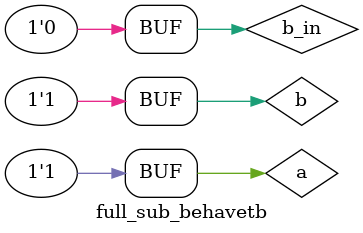
<source format=v>
module full_sub_behavetb;
wire differ, borrow;
reg a,b,b_in;
full_sub_behave obyj(.a(a),.b(b),.differ(differ),.borrow(borrow));
 initial  
  begin
   a=1'b0;b=1'b0;b_in=1'b0;
    #10
	 a=1'b0;b=1'b0;b_in=1'b1;
	 #10
	 a=1'b0;b=1'b1;b_in=1'b0;
	 #10
	 a=1'b0;b=1'b1;b_in=1'b1;
	 #10
	 a=1'b1;b=1'b0;b_in=1'b0;
	 #10
	 a=1'b1;b=1'b1;b_in=1'b1;
	 #10
	 a=1'b1;b=1'b0;b_in=1'b1;
	 #10
	 a=1'b1;b=1'b1;b_in=1'b0;
  end
     
endmodule

</source>
